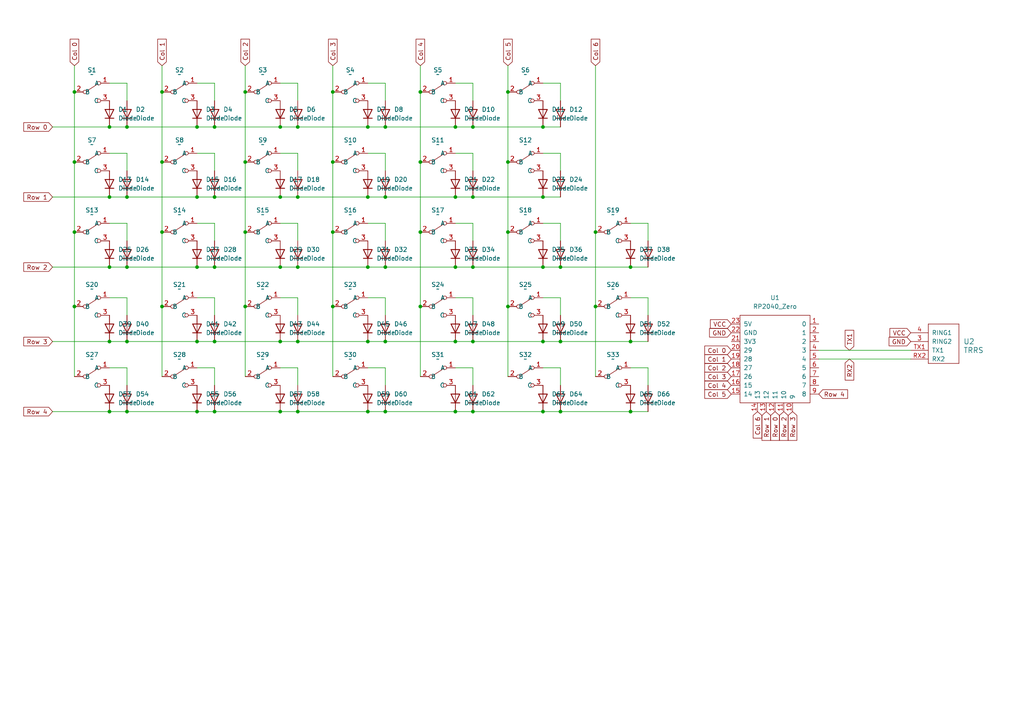
<source format=kicad_sch>
(kicad_sch (version 20231120) (generator "eeschema") (generator_version "8.0")
  (paper "A4")
  (junction (at 132.08 99.06))
  (junction (at 21.59 26.67))
  (junction (at 106.68 99.06))
  (junction (at 111.76 77.47))
  (junction (at 132.08 36.83))
  (junction (at 21.59 88.9))
  (junction (at 162.56 119.38))
  (junction (at 57.15 77.47))
  (junction (at 71.12 26.67))
  (junction (at 147.32 26.67))
  (junction (at 62.23 99.06))
  (junction (at 57.15 57.15))
  (junction (at 172.72 88.9))
  (junction (at 21.59 46.99))
  (junction (at 57.15 36.83))
  (junction (at 147.32 46.99))
  (junction (at 62.23 77.47))
  (junction (at 121.92 46.99))
  (junction (at 106.68 119.38))
  (junction (at 182.88 99.06))
  (junction (at 31.75 57.15))
  (junction (at 157.48 99.06))
  (junction (at 96.52 88.9))
  (junction (at 62.23 119.38))
  (junction (at 137.16 57.15))
  (junction (at 36.83 77.47))
  (junction (at 81.28 119.38))
  (junction (at 31.75 119.38))
  (junction (at 182.88 119.38))
  (junction (at 62.23 57.15))
  (junction (at 137.16 119.38))
  (junction (at 121.92 26.67))
  (junction (at 31.75 36.83))
  (junction (at 162.56 99.06))
  (junction (at 31.75 99.06))
  (junction (at 157.48 57.15))
  (junction (at 121.92 88.9))
  (junction (at 111.76 57.15))
  (junction (at 106.68 57.15))
  (junction (at 86.36 77.47))
  (junction (at 157.48 77.47))
  (junction (at 36.83 119.38))
  (junction (at 157.48 36.83))
  (junction (at 31.75 77.47))
  (junction (at 46.99 67.31))
  (junction (at 36.83 36.83))
  (junction (at 21.59 67.31))
  (junction (at 182.88 77.47))
  (junction (at 86.36 99.06))
  (junction (at 157.48 119.38))
  (junction (at 71.12 88.9))
  (junction (at 106.68 36.83))
  (junction (at 46.99 26.67))
  (junction (at 137.16 77.47))
  (junction (at 81.28 36.83))
  (junction (at 96.52 67.31))
  (junction (at 147.32 67.31))
  (junction (at 81.28 57.15))
  (junction (at 132.08 77.47))
  (junction (at 71.12 46.99))
  (junction (at 46.99 88.9))
  (junction (at 137.16 99.06))
  (junction (at 81.28 99.06))
  (junction (at 106.68 77.47))
  (junction (at 132.08 57.15))
  (junction (at 121.92 67.31))
  (junction (at 132.08 119.38))
  (junction (at 162.56 77.47))
  (junction (at 111.76 119.38))
  (junction (at 62.23 36.83))
  (junction (at 111.76 36.83))
  (junction (at 57.15 119.38))
  (junction (at 86.36 119.38))
  (junction (at 137.16 36.83))
  (junction (at 172.72 67.31))
  (junction (at 86.36 57.15))
  (junction (at 111.76 99.06))
  (junction (at 46.99 46.99))
  (junction (at 96.52 46.99))
  (junction (at 36.83 57.15))
  (junction (at 81.28 77.47))
  (junction (at 86.36 36.83))
  (junction (at 57.15 99.06))
  (junction (at 147.32 88.9))
  (junction (at 96.52 26.67))
  (junction (at 36.83 99.06))
  (junction (at 71.12 67.31))
  (wire (pts (xy 132.08 77.47) (xy 137.16 77.47)))
  (wire (pts (xy 111.76 57.15) (xy 132.08 57.15)))
  (wire (pts (xy 86.36 57.15) (xy 106.68 57.15)))
  (wire (pts (xy 147.32 88.9) (xy 147.32 109.22)))
  (wire (pts (xy 132.08 64.77) (xy 137.16 64.77)))
  (wire (pts (xy 237.49 101.6) (xy 264.16 101.6)))
  (wire (pts (xy 62.23 36.83) (xy 81.28 36.83)))
  (wire (pts (xy 106.68 86.36) (xy 111.76 86.36)))
  (wire (pts (xy 106.68 64.77) (xy 111.76 64.77)))
  (wire (pts (xy 121.92 88.9) (xy 121.92 109.22)))
  (wire (pts (xy 137.16 64.77) (xy 137.16 69.85)))
  (wire (pts (xy 36.83 36.83) (xy 57.15 36.83)))
  (wire (pts (xy 157.48 99.06) (xy 162.56 99.06)))
  (wire (pts (xy 86.36 64.77) (xy 86.36 69.85)))
  (wire (pts (xy 147.32 26.67) (xy 147.32 46.99)))
  (wire (pts (xy 162.56 24.13) (xy 162.56 29.21)))
  (wire (pts (xy 132.08 99.06) (xy 137.16 99.06)))
  (wire (pts (xy 132.08 106.68) (xy 137.16 106.68)))
  (wire (pts (xy 36.83 119.38) (xy 57.15 119.38)))
  (wire (pts (xy 57.15 106.68) (xy 62.23 106.68)))
  (wire (pts (xy 46.99 19.05) (xy 46.99 26.67)))
  (wire (pts (xy 137.16 106.68) (xy 137.16 111.76)))
  (wire (pts (xy 157.48 119.38) (xy 162.56 119.38)))
  (wire (pts (xy 187.96 64.77) (xy 187.96 69.85)))
  (wire (pts (xy 162.56 77.47) (xy 182.88 77.47)))
  (wire (pts (xy 15.24 99.06) (xy 31.75 99.06)))
  (wire (pts (xy 137.16 57.15) (xy 157.48 57.15)))
  (wire (pts (xy 137.16 99.06) (xy 157.48 99.06)))
  (wire (pts (xy 46.99 26.67) (xy 46.99 46.99)))
  (wire (pts (xy 86.36 106.68) (xy 86.36 111.76)))
  (wire (pts (xy 86.36 24.13) (xy 86.36 29.21)))
  (wire (pts (xy 81.28 44.45) (xy 86.36 44.45)))
  (wire (pts (xy 137.16 44.45) (xy 137.16 49.53)))
  (wire (pts (xy 111.76 106.68) (xy 111.76 111.76)))
  (wire (pts (xy 57.15 64.77) (xy 62.23 64.77)))
  (wire (pts (xy 121.92 67.31) (xy 121.92 88.9)))
  (wire (pts (xy 111.76 64.77) (xy 111.76 69.85)))
  (wire (pts (xy 106.68 106.68) (xy 111.76 106.68)))
  (wire (pts (xy 57.15 36.83) (xy 62.23 36.83)))
  (wire (pts (xy 71.12 26.67) (xy 71.12 46.99)))
  (wire (pts (xy 31.75 77.47) (xy 36.83 77.47)))
  (wire (pts (xy 111.76 86.36) (xy 111.76 91.44)))
  (wire (pts (xy 162.56 119.38) (xy 182.88 119.38)))
  (wire (pts (xy 182.88 99.06) (xy 187.96 99.06)))
  (wire (pts (xy 187.96 86.36) (xy 187.96 91.44)))
  (wire (pts (xy 71.12 46.99) (xy 71.12 67.31)))
  (wire (pts (xy 132.08 44.45) (xy 137.16 44.45)))
  (wire (pts (xy 62.23 24.13) (xy 62.23 29.21)))
  (wire (pts (xy 21.59 26.67) (xy 21.59 46.99)))
  (wire (pts (xy 81.28 99.06) (xy 86.36 99.06)))
  (wire (pts (xy 162.56 44.45) (xy 162.56 49.53)))
  (wire (pts (xy 172.72 88.9) (xy 172.72 109.22)))
  (wire (pts (xy 96.52 88.9) (xy 96.52 109.22)))
  (wire (pts (xy 81.28 106.68) (xy 86.36 106.68)))
  (wire (pts (xy 111.76 77.47) (xy 132.08 77.47)))
  (wire (pts (xy 31.75 36.83) (xy 36.83 36.83)))
  (wire (pts (xy 15.24 36.83) (xy 31.75 36.83)))
  (wire (pts (xy 62.23 57.15) (xy 81.28 57.15)))
  (wire (pts (xy 62.23 77.47) (xy 81.28 77.47)))
  (wire (pts (xy 71.12 88.9) (xy 71.12 109.22)))
  (wire (pts (xy 86.36 44.45) (xy 86.36 49.53)))
  (wire (pts (xy 132.08 36.83) (xy 137.16 36.83)))
  (wire (pts (xy 71.12 67.31) (xy 71.12 88.9)))
  (wire (pts (xy 157.48 36.83) (xy 162.56 36.83)))
  (wire (pts (xy 86.36 86.36) (xy 86.36 91.44)))
  (wire (pts (xy 36.83 99.06) (xy 57.15 99.06)))
  (wire (pts (xy 21.59 46.99) (xy 21.59 67.31)))
  (wire (pts (xy 132.08 86.36) (xy 137.16 86.36)))
  (wire (pts (xy 106.68 57.15) (xy 111.76 57.15)))
  (wire (pts (xy 86.36 99.06) (xy 106.68 99.06)))
  (wire (pts (xy 172.72 67.31) (xy 172.72 88.9)))
  (wire (pts (xy 81.28 77.47) (xy 86.36 77.47)))
  (wire (pts (xy 162.56 99.06) (xy 182.88 99.06)))
  (wire (pts (xy 182.88 64.77) (xy 187.96 64.77)))
  (wire (pts (xy 81.28 24.13) (xy 86.36 24.13)))
  (wire (pts (xy 31.75 119.38) (xy 36.83 119.38)))
  (wire (pts (xy 162.56 86.36) (xy 162.56 91.44)))
  (wire (pts (xy 182.88 86.36) (xy 187.96 86.36)))
  (wire (pts (xy 15.24 119.38) (xy 31.75 119.38)))
  (wire (pts (xy 172.72 19.05) (xy 172.72 67.31)))
  (wire (pts (xy 86.36 36.83) (xy 106.68 36.83)))
  (wire (pts (xy 106.68 24.13) (xy 111.76 24.13)))
  (wire (pts (xy 121.92 46.99) (xy 121.92 67.31)))
  (wire (pts (xy 182.88 119.38) (xy 187.96 119.38)))
  (wire (pts (xy 96.52 46.99) (xy 96.52 67.31)))
  (wire (pts (xy 62.23 86.36) (xy 62.23 91.44)))
  (wire (pts (xy 121.92 19.05) (xy 121.92 26.67)))
  (wire (pts (xy 132.08 57.15) (xy 137.16 57.15)))
  (wire (pts (xy 157.48 64.77) (xy 162.56 64.77)))
  (wire (pts (xy 31.75 44.45) (xy 36.83 44.45)))
  (wire (pts (xy 57.15 77.47) (xy 62.23 77.47)))
  (wire (pts (xy 57.15 57.15) (xy 62.23 57.15)))
  (wire (pts (xy 147.32 46.99) (xy 147.32 67.31)))
  (wire (pts (xy 46.99 88.9) (xy 46.99 109.22)))
  (wire (pts (xy 157.48 57.15) (xy 162.56 57.15)))
  (wire (pts (xy 15.24 77.47) (xy 31.75 77.47)))
  (wire (pts (xy 81.28 119.38) (xy 86.36 119.38)))
  (wire (pts (xy 86.36 119.38) (xy 106.68 119.38)))
  (wire (pts (xy 36.83 86.36) (xy 36.83 91.44)))
  (wire (pts (xy 31.75 57.15) (xy 36.83 57.15)))
  (wire (pts (xy 36.83 57.15) (xy 57.15 57.15)))
  (wire (pts (xy 36.83 44.45) (xy 36.83 49.53)))
  (wire (pts (xy 137.16 77.47) (xy 157.48 77.47)))
  (wire (pts (xy 182.88 106.68) (xy 187.96 106.68)))
  (wire (pts (xy 157.48 24.13) (xy 162.56 24.13)))
  (wire (pts (xy 111.76 119.38) (xy 132.08 119.38)))
  (wire (pts (xy 36.83 77.47) (xy 57.15 77.47)))
  (wire (pts (xy 96.52 67.31) (xy 96.52 88.9)))
  (wire (pts (xy 15.24 57.15) (xy 31.75 57.15)))
  (wire (pts (xy 31.75 106.68) (xy 36.83 106.68)))
  (wire (pts (xy 57.15 86.36) (xy 62.23 86.36)))
  (wire (pts (xy 147.32 67.31) (xy 147.32 88.9)))
  (wire (pts (xy 62.23 106.68) (xy 62.23 111.76)))
  (wire (pts (xy 81.28 64.77) (xy 86.36 64.77)))
  (wire (pts (xy 46.99 46.99) (xy 46.99 67.31)))
  (wire (pts (xy 62.23 119.38) (xy 81.28 119.38)))
  (wire (pts (xy 81.28 36.83) (xy 86.36 36.83)))
  (wire (pts (xy 31.75 24.13) (xy 36.83 24.13)))
  (wire (pts (xy 182.88 77.47) (xy 187.96 77.47)))
  (wire (pts (xy 147.32 19.05) (xy 147.32 26.67)))
  (wire (pts (xy 31.75 99.06) (xy 36.83 99.06)))
  (wire (pts (xy 106.68 77.47) (xy 111.76 77.47)))
  (wire (pts (xy 57.15 24.13) (xy 62.23 24.13)))
  (wire (pts (xy 137.16 86.36) (xy 137.16 91.44)))
  (wire (pts (xy 157.48 106.68) (xy 162.56 106.68)))
  (wire (pts (xy 62.23 44.45) (xy 62.23 49.53)))
  (wire (pts (xy 46.99 67.31) (xy 46.99 88.9)))
  (wire (pts (xy 157.48 44.45) (xy 162.56 44.45)))
  (wire (pts (xy 162.56 106.68) (xy 162.56 111.76)))
  (wire (pts (xy 162.56 64.77) (xy 162.56 69.85)))
  (wire (pts (xy 157.48 77.47) (xy 162.56 77.47)))
  (wire (pts (xy 81.28 57.15) (xy 86.36 57.15)))
  (wire (pts (xy 106.68 119.38) (xy 111.76 119.38)))
  (wire (pts (xy 106.68 36.83) (xy 111.76 36.83)))
  (wire (pts (xy 96.52 19.05) (xy 96.52 26.67)))
  (wire (pts (xy 121.92 26.67) (xy 121.92 46.99)))
  (wire (pts (xy 111.76 36.83) (xy 132.08 36.83)))
  (wire (pts (xy 187.96 106.68) (xy 187.96 111.76)))
  (wire (pts (xy 137.16 24.13) (xy 137.16 29.21)))
  (wire (pts (xy 21.59 67.31) (xy 21.59 88.9)))
  (wire (pts (xy 157.48 86.36) (xy 162.56 86.36)))
  (wire (pts (xy 106.68 99.06) (xy 111.76 99.06)))
  (wire (pts (xy 36.83 64.77) (xy 36.83 69.85)))
  (wire (pts (xy 96.52 26.67) (xy 96.52 46.99)))
  (wire (pts (xy 57.15 44.45) (xy 62.23 44.45)))
  (wire (pts (xy 36.83 106.68) (xy 36.83 111.76)))
  (wire (pts (xy 137.16 119.38) (xy 157.48 119.38)))
  (wire (pts (xy 86.36 77.47) (xy 106.68 77.47)))
  (wire (pts (xy 111.76 99.06) (xy 132.08 99.06)))
  (wire (pts (xy 137.16 36.83) (xy 157.48 36.83)))
  (wire (pts (xy 31.75 64.77) (xy 36.83 64.77)))
  (wire (pts (xy 57.15 99.06) (xy 62.23 99.06)))
  (wire (pts (xy 31.75 86.36) (xy 36.83 86.36)))
  (wire (pts (xy 62.23 99.06) (xy 81.28 99.06)))
  (wire (pts (xy 237.49 104.14) (xy 264.16 104.14)))
  (wire (pts (xy 21.59 19.05) (xy 21.59 26.67)))
  (wire (pts (xy 71.12 19.05) (xy 71.12 26.67)))
  (wire (pts (xy 132.08 24.13) (xy 137.16 24.13)))
  (wire (pts (xy 57.15 119.38) (xy 62.23 119.38)))
  (wire (pts (xy 36.83 24.13) (xy 36.83 29.21)))
  (wire (pts (xy 132.08 119.38) (xy 137.16 119.38)))
  (wire (pts (xy 81.28 86.36) (xy 86.36 86.36)))
  (wire (pts (xy 111.76 24.13) (xy 111.76 29.21)))
  (wire (pts (xy 21.59 88.9) (xy 21.59 109.22)))
  (wire (pts (xy 106.68 44.45) (xy 111.76 44.45)))
  (wire (pts (xy 111.76 44.45) (xy 111.76 49.53)))
  (wire (pts (xy 62.23 64.77) (xy 62.23 69.85)))
  (global_label "Col 5" (shape input) (at 147.32 19.05 90) (property "Intersheetrefs" "${INTERSHEET_REFS}" (effects (hide yes))))
  (global_label "Col 1" (shape input) (at 212.09 104.14 180) (property "Intersheetrefs" "${INTERSHEET_REFS}" (effects (hide yes))))
  (global_label "Col 4" (shape input) (at 121.92 19.05 90) (property "Intersheetrefs" "${INTERSHEET_REFS}" (effects (hide yes))))
  (global_label "Row 4" (shape input) (at 15.24 119.38 180) (property "Intersheetrefs" "${INTERSHEET_REFS}" (effects (hide yes))))
  (global_label "Row 1" (shape input) (at 15.24 57.15 180) (property "Intersheetrefs" "${INTERSHEET_REFS}" (effects (hide yes))))
  (global_label "Col 6" (shape input) (at 219.71 119.38 270) (property "Intersheetrefs" "${INTERSHEET_REFS}" (effects (hide yes))))
  (global_label "Row 4" (shape input) (at 237.49 114.3 0) (property "Intersheetrefs" "${INTERSHEET_REFS}" (effects (hide yes))))
  (global_label "VCC" (shape input) (at 264.16 96.52 180) (property "Intersheetrefs" "${INTERSHEET_REFS}" (effects (hide yes))))
  (global_label "TX1" (shape input) (at 246.38 101.6 90) (property "Intersheetrefs" "${INTERSHEET_REFS}" (effects (hide yes))))
  (global_label "Row 0" (shape input) (at 15.24 36.83 180) (property "Intersheetrefs" "${INTERSHEET_REFS}" (effects (hide yes))))
  (global_label "Col 4" (shape input) (at 212.09 111.76 180) (property "Intersheetrefs" "${INTERSHEET_REFS}" (effects (hide yes))))
  (global_label "Row 3" (shape input) (at 15.24 99.06 180) (property "Intersheetrefs" "${INTERSHEET_REFS}" (effects (hide yes))))
  (global_label "Col 1" (shape input) (at 46.99 19.05 90) (property "Intersheetrefs" "${INTERSHEET_REFS}" (effects (hide yes))))
  (global_label "GND" (shape input) (at 264.16 99.06 180) (property "Intersheetrefs" "${INTERSHEET_REFS}" (effects (hide yes))))
  (global_label "Col 0" (shape input) (at 21.59 19.05 90) (property "Intersheetrefs" "${INTERSHEET_REFS}" (effects (hide yes))))
  (global_label "Row 3" (shape input) (at 229.87 119.38 270) (property "Intersheetrefs" "${INTERSHEET_REFS}" (effects (hide yes))))
  (global_label "Row 2" (shape input) (at 227.33 119.38 270) (property "Intersheetrefs" "${INTERSHEET_REFS}" (effects (hide yes))))
  (global_label "Col 2" (shape input) (at 212.09 106.68 180) (property "Intersheetrefs" "${INTERSHEET_REFS}" (effects (hide yes))))
  (global_label "Row 0" (shape input) (at 224.79 119.38 270) (property "Intersheetrefs" "${INTERSHEET_REFS}" (effects (hide yes))))
  (global_label "Col 3" (shape input) (at 212.09 109.22 180) (property "Intersheetrefs" "${INTERSHEET_REFS}" (effects (hide yes))))
  (global_label "GND" (shape input) (at 212.09 96.52 180) (property "Intersheetrefs" "${INTERSHEET_REFS}" (effects (hide yes))))
  (global_label "Row 1" (shape input) (at 222.25 119.38 270) (property "Intersheetrefs" "${INTERSHEET_REFS}" (effects (hide yes))))
  (global_label "Col 5" (shape input) (at 212.09 114.3 180) (property "Intersheetrefs" "${INTERSHEET_REFS}" (effects (hide yes))))
  (global_label "Col 2" (shape input) (at 71.12 19.05 90) (property "Intersheetrefs" "${INTERSHEET_REFS}" (effects (hide yes))))
  (global_label "RX2" (shape input) (at 246.38 104.14 270) (property "Intersheetrefs" "${INTERSHEET_REFS}" (effects (hide yes))))
  (global_label "Col 3" (shape input) (at 96.52 19.05 90) (property "Intersheetrefs" "${INTERSHEET_REFS}" (effects (hide yes))))
  (global_label "Row 2" (shape input) (at 15.24 77.47 180) (property "Intersheetrefs" "${INTERSHEET_REFS}" (effects (hide yes))))
  (global_label "Col 6" (shape input) (at 172.72 19.05 90) (property "Intersheetrefs" "${INTERSHEET_REFS}" (effects (hide yes))))
  (global_label "VCC" (shape input) (at 212.09 93.98 180) (property "Intersheetrefs" "${INTERSHEET_REFS}" (effects (hide yes))))
  (global_label "Col 0" (shape input) (at 212.09 101.6 180) (property "Intersheetrefs" "${INTERSHEET_REFS}" (effects (hide yes))))
  (symbol (lib_id "ScottoKeebs:Placeholder_Diode") (at 86.36 115.57 90) (unit 1)
    (property "Reference" "D58" (at 88.9 114.2999 90) (effects (justify right)))
    (property "Value" "Diode" (at 88.9 116.8399 90) (effects (justify right)))
    (property "Footprint" "ScottoKeebs_Components:Diode_SOD-123_clean" (effects (hide yes)))
    (property "Sim.Device" "D" (effects (hide yes)))
    (property "Sim.Pins" "1=K 2=A" (effects (hide yes)))
  )
  (symbol (lib_id "ScottoKeebs:Placeholder_Diode") (at 62.23 95.25 90) (unit 1)
    (property "Reference" "D42" (at 64.77 93.9799 90) (effects (justify right)))
    (property "Value" "Diode" (at 64.77 96.5199 90) (effects (justify right)))
    (property "Footprint" "ScottoKeebs_Components:Diode_SOD-123_clean" (effects (hide yes)))
    (property "Sim.Device" "D" (effects (hide yes)))
    (property "Sim.Pins" "1=K 2=A" (effects (hide yes)))
  )
  (symbol (lib_name "keyswitch_reversible_hotswap_1") (lib_id "ScottoKeebs:keyswitch_reversible_hotswap") (at 153.67 109.22 0) (unit 1)
    (property "Reference" "S32" (at 152.4 102.87 0))
    (property "Value" "~" (at 152.4 104.14 0))
    (property "Footprint" "ScottoKeebs_Choc:SW_choc_v1_HS_1u_Reversible_clean" (effects (hide yes)))
  )
  (symbol (lib_id "ScottoKeebs:Placeholder_Diode") (at 81.28 95.25 90) (unit 1)
    (property "Reference" "D43" (at 83.82 93.9799 90) (effects (justify right)))
    (property "Value" "Diode" (at 83.82 96.5199 90) (effects (justify right)))
    (property "Footprint" "ScottoKeebs_Components:Diode_SOD-123_clean" (effects (hide yes)))
    (property "Sim.Device" "D" (effects (hide yes)))
    (property "Sim.Pins" "1=K 2=A" (effects (hide yes)))
  )
  (symbol (lib_name "keyswitch_reversible_hotswap_1") (lib_id "ScottoKeebs:keyswitch_reversible_hotswap") (at 128.27 109.22 0) (unit 1)
    (property "Reference" "S31" (at 127 102.87 0))
    (property "Value" "~" (at 127 104.14 0))
    (property "Footprint" "ScottoKeebs_Choc:SW_choc_v1_HS_1u_Reversible_clean" (effects (hide yes)))
  )
  (symbol (lib_id "ScottoKeebs:Placeholder_Diode") (at 132.08 95.25 90) (unit 1)
    (property "Reference" "D47" (at 134.62 93.9799 90) (effects (justify right)))
    (property "Value" "Diode" (at 134.62 96.5199 90) (effects (justify right)))
    (property "Footprint" "ScottoKeebs_Components:Diode_SOD-123_clean" (effects (hide yes)))
    (property "Sim.Device" "D" (effects (hide yes)))
    (property "Sim.Pins" "1=K 2=A" (effects (hide yes)))
  )
  (symbol (lib_id "ScottoKeebs:Placeholder_Diode") (at 162.56 95.25 90) (unit 1)
    (property "Reference" "D50" (at 165.1 93.9799 90) (effects (justify right)))
    (property "Value" "Diode" (at 165.1 96.5199 90) (effects (justify right)))
    (property "Footprint" "ScottoKeebs_Components:Diode_SOD-123_clean" (effects (hide yes)))
    (property "Sim.Device" "D" (effects (hide yes)))
    (property "Sim.Pins" "1=K 2=A" (effects (hide yes)))
  )
  (symbol (lib_id "ScottoKeebs:Placeholder_Diode") (at 31.75 95.25 90) (unit 1)
    (property "Reference" "D39" (at 34.29 93.9799 90) (effects (justify right)))
    (property "Value" "Diode" (at 34.29 96.5199 90) (effects (justify right)))
    (property "Footprint" "ScottoKeebs_Components:Diode_SOD-123_clean" (effects (hide yes)))
    (property "Sim.Device" "D" (effects (hide yes)))
    (property "Sim.Pins" "1=K 2=A" (effects (hide yes)))
  )
  (symbol (lib_id "ScottoKeebs:Placeholder_Diode") (at 111.76 73.66 90) (unit 1)
    (property "Reference" "D32" (at 114.3 72.3899 90) (effects (justify right)))
    (property "Value" "Diode" (at 114.3 74.9299 90) (effects (justify right)))
    (property "Footprint" "ScottoKeebs_Components:Diode_SOD-123_clean" (effects (hide yes)))
    (property "Sim.Device" "D" (effects (hide yes)))
    (property "Sim.Pins" "1=K 2=A" (effects (hide yes)))
  )
  (symbol (lib_id "ScottoKeebs:Placeholder_Diode") (at 162.56 115.57 90) (unit 1)
    (property "Reference" "D64" (at 165.1 114.2999 90) (effects (justify right)))
    (property "Value" "Diode" (at 165.1 116.8399 90) (effects (justify right)))
    (property "Footprint" "ScottoKeebs_Components:Diode_SOD-123_clean" (effects (hide yes)))
    (property "Sim.Device" "D" (effects (hide yes)))
    (property "Sim.Pins" "1=K 2=A" (effects (hide yes)))
  )
  (symbol (lib_name "keyswitch_reversible_hotswap_1") (lib_id "ScottoKeebs:keyswitch_reversible_hotswap") (at 27.94 67.31 0) (unit 1)
    (property "Reference" "S13" (at 26.67 60.96 0))
    (property "Value" "~" (at 26.67 62.23 0))
    (property "Footprint" "ScottoKeebs_Choc:SW_choc_v1_HS_1u_Reversible_clean" (effects (hide yes)))
  )
  (symbol (lib_id "ScottoKeebs:Placeholder_Diode") (at 106.68 33.02 90) (unit 1)
    (property "Reference" "D7" (at 109.22 31.7499 90) (effects (justify right)))
    (property "Value" "Diode" (at 109.22 34.2899 90) (effects (justify right)))
    (property "Footprint" "ScottoKeebs_Components:Diode_SOD-123_clean" (effects (hide yes)))
    (property "Sim.Device" "D" (effects (hide yes)))
    (property "Sim.Pins" "1=K 2=A" (effects (hide yes)))
  )
  (symbol (lib_id "ScottoKeebs:Placeholder_Diode") (at 57.15 95.25 90) (unit 1)
    (property "Reference" "D41" (at 59.69 93.9799 90) (effects (justify right)))
    (property "Value" "Diode" (at 59.69 96.5199 90) (effects (justify right)))
    (property "Footprint" "ScottoKeebs_Components:Diode_SOD-123_clean" (effects (hide yes)))
    (property "Sim.Device" "D" (effects (hide yes)))
    (property "Sim.Pins" "1=K 2=A" (effects (hide yes)))
  )
  (symbol (lib_id "ScottoKeebs:Placeholder_Diode") (at 31.75 33.02 90) (unit 1)
    (property "Reference" "D1" (at 34.29 31.7499 90) (effects (justify right)))
    (property "Value" "Diode" (at 34.29 34.2899 90) (effects (justify right)))
    (property "Footprint" "ScottoKeebs_Components:Diode_SOD-123_clean" (effects (hide yes)))
    (property "Sim.Device" "D" (effects (hide yes)))
    (property "Sim.Pins" "1=K 2=A" (effects (hide yes)))
  )
  (symbol (lib_name "keyswitch_reversible_hotswap_1") (lib_id "ScottoKeebs:keyswitch_reversible_hotswap") (at 153.67 67.31 0) (unit 1)
    (property "Reference" "S18" (at 152.4 60.96 0))
    (property "Value" "~" (at 152.4 62.23 0))
    (property "Footprint" "ScottoKeebs_Choc:SW_choc_v1_HS_1u_Reversible_clean" (effects (hide yes)))
  )
  (symbol (lib_name "keyswitch_reversible_hotswap_1") (lib_id "ScottoKeebs:keyswitch_reversible_hotswap") (at 77.47 67.31 0) (unit 1)
    (property "Reference" "S15" (at 76.2 60.96 0))
    (property "Value" "~" (at 76.2 62.23 0))
    (property "Footprint" "ScottoKeebs_Choc:SW_choc_v1_HS_1u_Reversible_clean" (effects (hide yes)))
  )
  (symbol (lib_id "ScottoKeebs:Placeholder_Diode") (at 57.15 53.34 90) (unit 1)
    (property "Reference" "D15" (at 59.69 52.0699 90) (effects (justify right)))
    (property "Value" "Diode" (at 59.69 54.6099 90) (effects (justify right)))
    (property "Footprint" "ScottoKeebs_Components:Diode_SOD-123_clean" (effects (hide yes)))
    (property "Sim.Device" "D" (effects (hide yes)))
    (property "Sim.Pins" "1=K 2=A" (effects (hide yes)))
  )
  (symbol (lib_id "ScottoKeebs:Placeholder_Diode") (at 81.28 53.34 90) (unit 1)
    (property "Reference" "D17" (at 83.82 52.0699 90) (effects (justify right)))
    (property "Value" "Diode" (at 83.82 54.6099 90) (effects (justify right)))
    (property "Footprint" "ScottoKeebs_Components:Diode_SOD-123_clean" (effects (hide yes)))
    (property "Sim.Device" "D" (effects (hide yes)))
    (property "Sim.Pins" "1=K 2=A" (effects (hide yes)))
  )
  (symbol (lib_id "ScottoKeebs:Placeholder_Diode") (at 157.48 53.34 90) (unit 1)
    (property "Reference" "D23" (at 160.02 52.0699 90) (effects (justify right)))
    (property "Value" "Diode" (at 160.02 54.6099 90) (effects (justify right)))
    (property "Footprint" "ScottoKeebs_Components:Diode_SOD-123_clean" (effects (hide yes)))
    (property "Sim.Device" "D" (effects (hide yes)))
    (property "Sim.Pins" "1=K 2=A" (effects (hide yes)))
  )
  (symbol (lib_id "ScottoKeebs:Placeholder_Diode") (at 111.76 53.34 90) (unit 1)
    (property "Reference" "D20" (at 114.3 52.0699 90) (effects (justify right)))
    (property "Value" "Diode" (at 114.3 54.6099 90) (effects (justify right)))
    (property "Footprint" "ScottoKeebs_Components:Diode_SOD-123_clean" (effects (hide yes)))
    (property "Sim.Device" "D" (effects (hide yes)))
    (property "Sim.Pins" "1=K 2=A" (effects (hide yes)))
  )
  (symbol (lib_id "ScottoKeebs:Placeholder_TRRS") (at 273.05 106.68 0) (unit 1)
    (property "Reference" "U2" (at 279.4 99.06 0) (effects (font (size 1.524 1.524)) (justify left)))
    (property "Value" "TRRS" (at 279.4 101.6 0) (effects (font (size 1.524 1.524)) (justify left)))
    (property "Footprint" "ScottoKeebs_Components:TRRS-lily58" (effects (hide yes)))
  )
  (symbol (lib_name "keyswitch_reversible_hotswap_1") (lib_id "ScottoKeebs:keyswitch_reversible_hotswap") (at 128.27 46.99 0) (unit 1)
    (property "Reference" "S11" (at 127 40.64 0))
    (property "Value" "~" (at 127 41.91 0))
    (property "Footprint" "ScottoKeebs_Choc:SW_choc_v1_HS_1u_Reversible_clean" (effects (hide yes)))
  )
  (symbol (lib_id "ScottoKeebs:Placeholder_Diode") (at 162.56 73.66 90) (unit 1)
    (property "Reference" "D36" (at 165.1 72.3899 90) (effects (justify right)))
    (property "Value" "Diode" (at 165.1 74.9299 90) (effects (justify right)))
    (property "Footprint" "ScottoKeebs_Components:Diode_SOD-123_clean" (effects (hide yes)))
    (property "Sim.Device" "D" (effects (hide yes)))
    (property "Sim.Pins" "1=K 2=A" (effects (hide yes)))
  )
  (symbol (lib_id "ScottoKeebs:Placeholder_Diode") (at 137.16 95.25 90) (unit 1)
    (property "Reference" "D48" (at 139.7 93.9799 90) (effects (justify right)))
    (property "Value" "Diode" (at 139.7 96.5199 90) (effects (justify right)))
    (property "Footprint" "ScottoKeebs_Components:Diode_SOD-123_clean" (effects (hide yes)))
    (property "Sim.Device" "D" (effects (hide yes)))
    (property "Sim.Pins" "1=K 2=A" (effects (hide yes)))
  )
  (symbol (lib_name "keyswitch_reversible_hotswap_1") (lib_id "ScottoKeebs:keyswitch_reversible_hotswap") (at 102.87 67.31 0) (unit 1)
    (property "Reference" "S16" (at 101.6 60.96 0))
    (property "Value" "~" (at 101.6 62.23 0))
    (property "Footprint" "ScottoKeebs_Choc:SW_choc_v1_HS_1u_Reversible_clean" (effects (hide yes)))
  )
  (symbol (lib_id "ScottoKeebs:Placeholder_Diode") (at 111.76 95.25 90) (unit 1)
    (property "Reference" "D46" (at 114.3 93.9799 90) (effects (justify right)))
    (property "Value" "Diode" (at 114.3 96.5199 90) (effects (justify right)))
    (property "Footprint" "ScottoKeebs_Components:Diode_SOD-123_clean" (effects (hide yes)))
    (property "Sim.Device" "D" (effects (hide yes)))
    (property "Sim.Pins" "1=K 2=A" (effects (hide yes)))
  )
  (symbol (lib_id "ScottoKeebs:Placeholder_Diode") (at 106.68 53.34 90) (unit 1)
    (property "Reference" "D19" (at 109.22 52.0699 90) (effects (justify right)))
    (property "Value" "Diode" (at 109.22 54.6099 90) (effects (justify right)))
    (property "Footprint" "ScottoKeebs_Components:Diode_SOD-123_clean" (effects (hide yes)))
    (property "Sim.Device" "D" (effects (hide yes)))
    (property "Sim.Pins" "1=K 2=A" (effects (hide yes)))
  )
  (symbol (lib_id "ScottoKeebs:Placeholder_Diode") (at 57.15 115.57 90) (unit 1)
    (property "Reference" "D55" (at 59.69 114.2999 90) (effects (justify right)))
    (property "Value" "Diode" (at 59.69 116.8399 90) (effects (justify right)))
    (property "Footprint" "ScottoKeebs_Components:Diode_SOD-123_clean" (effects (hide yes)))
    (property "Sim.Device" "D" (effects (hide yes)))
    (property "Sim.Pins" "1=K 2=A" (effects (hide yes)))
  )
  (symbol (lib_id "ScottoKeebs:Placeholder_Diode") (at 132.08 53.34 90) (unit 1)
    (property "Reference" "D21" (at 134.62 52.0699 90) (effects (justify right)))
    (property "Value" "Diode" (at 134.62 54.6099 90) (effects (justify right)))
    (property "Footprint" "ScottoKeebs_Components:Diode_SOD-123_clean" (effects (hide yes)))
    (property "Sim.Device" "D" (effects (hide yes)))
    (property "Sim.Pins" "1=K 2=A" (effects (hide yes)))
  )
  (symbol (lib_id "ScottoKeebs:Placeholder_Diode") (at 157.48 33.02 90) (unit 1)
    (property "Reference" "D11" (at 160.02 31.7499 90) (effects (justify right)))
    (property "Value" "Diode" (at 160.02 34.2899 90) (effects (justify right)))
    (property "Footprint" "ScottoKeebs_Components:Diode_SOD-123_clean" (effects (hide yes)))
    (property "Sim.Device" "D" (effects (hide yes)))
    (property "Sim.Pins" "1=K 2=A" (effects (hide yes)))
  )
  (symbol (lib_id "ScottoKeebs:Placeholder_Diode") (at 36.83 95.25 90) (unit 1)
    (property "Reference" "D40" (at 39.37 93.9799 90) (effects (justify right)))
    (property "Value" "Diode" (at 39.37 96.5199 90) (effects (justify right)))
    (property "Footprint" "ScottoKeebs_Components:Diode_SOD-123_clean" (effects (hide yes)))
    (property "Sim.Device" "D" (effects (hide yes)))
    (property "Sim.Pins" "1=K 2=A" (effects (hide yes)))
  )
  (symbol (lib_id "ScottoKeebs:Placeholder_Diode") (at 36.83 53.34 90) (unit 1)
    (property "Reference" "D14" (at 39.37 52.0699 90) (effects (justify right)))
    (property "Value" "Diode" (at 39.37 54.6099 90) (effects (justify right)))
    (property "Footprint" "ScottoKeebs_Components:Diode_SOD-123_clean" (effects (hide yes)))
    (property "Sim.Device" "D" (effects (hide yes)))
    (property "Sim.Pins" "1=K 2=A" (effects (hide yes)))
  )
  (symbol (lib_name "keyswitch_reversible_hotswap_1") (lib_id "ScottoKeebs:keyswitch_reversible_hotswap") (at 53.34 46.99 0) (unit 1)
    (property "Reference" "S8" (at 52.07 40.64 0))
    (property "Value" "~" (at 52.07 41.91 0))
    (property "Footprint" "ScottoKeebs_Choc:SW_choc_v1_HS_1u_Reversible_clean" (effects (hide yes)))
  )
  (symbol (lib_name "keyswitch_reversible_hotswap_1") (lib_id "ScottoKeebs:keyswitch_reversible_hotswap") (at 102.87 88.9 0) (unit 1)
    (property "Reference" "S23" (at 101.6 82.55 0))
    (property "Value" "~" (at 101.6 83.82 0))
    (property "Footprint" "ScottoKeebs_Choc:SW_choc_v1_HS_1u_Reversible_clean" (effects (hide yes)))
  )
  (symbol (lib_name "keyswitch_reversible_hotswap_1") (lib_id "ScottoKeebs:keyswitch_reversible_hotswap") (at 27.94 46.99 0) (unit 1)
    (property "Reference" "S7" (at 26.67 40.64 0))
    (property "Value" "~" (at 26.67 41.91 0))
    (property "Footprint" "ScottoKeebs_Choc:SW_choc_v1_HS_1u_Reversible_clean" (effects (hide yes)))
  )
  (symbol (lib_id "ScottoKeebs:Placeholder_Diode") (at 137.16 73.66 90) (unit 1)
    (property "Reference" "D34" (at 139.7 72.3899 90) (effects (justify right)))
    (property "Value" "Diode" (at 139.7 74.9299 90) (effects (justify right)))
    (property "Footprint" "ScottoKeebs_Components:Diode_SOD-123_clean" (effects (hide yes)))
    (property "Sim.Device" "D" (effects (hide yes)))
    (property "Sim.Pins" "1=K 2=A" (effects (hide yes)))
  )
  (symbol (lib_id "ScottoKeebs:Placeholder_Diode") (at 62.23 73.66 90) (unit 1)
    (property "Reference" "D28" (at 64.77 72.3899 90) (effects (justify right)))
    (property "Value" "Diode" (at 64.77 74.9299 90) (effects (justify right)))
    (property "Footprint" "ScottoKeebs_Components:Diode_SOD-123_clean" (effects (hide yes)))
    (property "Sim.Device" "D" (effects (hide yes)))
    (property "Sim.Pins" "1=K 2=A" (effects (hide yes)))
  )
  (symbol (lib_id "ScottoKeebs:Placeholder_Diode") (at 36.83 73.66 90) (unit 1)
    (property "Reference" "D26" (at 39.37 72.3899 90) (effects (justify right)))
    (property "Value" "Diode" (at 39.37 74.9299 90) (effects (justify right)))
    (property "Footprint" "ScottoKeebs_Components:Diode_SOD-123_clean" (effects (hide yes)))
    (property "Sim.Device" "D" (effects (hide yes)))
    (property "Sim.Pins" "1=K 2=A" (effects (hide yes)))
  )
  (symbol (lib_id "ScottoKeebs:Placeholder_Diode") (at 62.23 33.02 90) (unit 1)
    (property "Reference" "D4" (at 64.77 31.7499 90) (effects (justify right)))
    (property "Value" "Diode" (at 64.77 34.2899 90) (effects (justify right)))
    (property "Footprint" "ScottoKeebs_Components:Diode_SOD-123_clean" (effects (hide yes)))
    (property "Sim.Device" "D" (effects (hide yes)))
    (property "Sim.Pins" "1=K 2=A" (effects (hide yes)))
  )
  (symbol (lib_name "keyswitch_reversible_hotswap_1") (lib_id "ScottoKeebs:keyswitch_reversible_hotswap") (at 102.87 109.22 0) (unit 1)
    (property "Reference" "S30" (at 101.6 102.87 0))
    (property "Value" "~" (at 101.6 104.14 0))
    (property "Footprint" "ScottoKeebs_Choc:SW_choc_v1_HS_1u_Reversible_clean" (effects (hide yes)))
  )
  (symbol (lib_name "keyswitch_reversible_hotswap_1") (lib_id "ScottoKeebs:keyswitch_reversible_hotswap") (at 128.27 88.9 0) (unit 1)
    (property "Reference" "S24" (at 127 82.55 0))
    (property "Value" "~" (at 127 83.82 0))
    (property "Footprint" "ScottoKeebs_Choc:SW_choc_v1_HS_1u_Reversible_clean" (effects (hide yes)))
  )
  (symbol (lib_name "keyswitch_reversible_hotswap_1") (lib_id "ScottoKeebs:keyswitch_reversible_hotswap") (at 128.27 26.67 0) (unit 1)
    (property "Reference" "S5" (at 127 20.32 0))
    (property "Value" "~" (at 127 21.59 0))
    (property "Footprint" "ScottoKeebs_Choc:SW_choc_v1_HS_1u_Reversible_clean" (effects (hide yes)))
  )
  (symbol (lib_id "ScottoKeebs:Placeholder_Diode") (at 187.96 95.25 90) (unit 1)
    (property "Reference" "D52" (at 190.5 93.9799 90) (effects (justify right)))
    (property "Value" "Diode" (at 190.5 96.5199 90) (effects (justify right)))
    (property "Footprint" "ScottoKeebs_Components:Diode_SOD-123_clean" (effects (hide yes)))
    (property "Sim.Device" "D" (effects (hide yes)))
    (property "Sim.Pins" "1=K 2=A" (effects (hide yes)))
  )
  (symbol (lib_name "keyswitch_reversible_hotswap_1") (lib_id "ScottoKeebs:keyswitch_reversible_hotswap") (at 153.67 88.9 0) (unit 1)
    (property "Reference" "S25" (at 152.4 82.55 0))
    (property "Value" "~" (at 152.4 83.82 0))
    (property "Footprint" "ScottoKeebs_Choc:SW_choc_v1_HS_1u_Reversible_clean" (effects (hide yes)))
  )
  (symbol (lib_name "keyswitch_reversible_hotswap_1") (lib_id "ScottoKeebs:keyswitch_reversible_hotswap") (at 53.34 109.22 0) (unit 1)
    (property "Reference" "S28" (at 52.07 102.87 0))
    (property "Value" "~" (at 52.07 104.14 0))
    (property "Footprint" "ScottoKeebs_Choc:SW_choc_v1_HS_1u_Reversible_clean" (effects (hide yes)))
  )
  (symbol (lib_name "keyswitch_reversible_hotswap_1") (lib_id "ScottoKeebs:keyswitch_reversible_hotswap") (at 77.47 109.22 0) (unit 1)
    (property "Reference" "S29" (at 76.2 102.87 0))
    (property "Value" "~" (at 76.2 104.14 0))
    (property "Footprint" "ScottoKeebs_Choc:SW_choc_v1_HS_1u_Reversible_clean" (effects (hide yes)))
  )
  (symbol (lib_name "keyswitch_reversible_hotswap_1") (lib_id "ScottoKeebs:keyswitch_reversible_hotswap") (at 53.34 26.67 0) (unit 1)
    (property "Reference" "S2" (at 52.07 20.32 0))
    (property "Value" "~" (at 52.07 21.59 0))
    (property "Footprint" "ScottoKeebs_Choc:SW_choc_v1_HS_1u_Reversible_clean" (effects (hide yes)))
  )
  (symbol (lib_id "ScottoKeebs:Placeholder_Diode") (at 106.68 73.66 90) (unit 1)
    (property "Reference" "D31" (at 109.22 72.3899 90) (effects (justify right)))
    (property "Value" "Diode" (at 109.22 74.9299 90) (effects (justify right)))
    (property "Footprint" "ScottoKeebs_Components:Diode_SOD-123_clean" (effects (hide yes)))
    (property "Sim.Device" "D" (effects (hide yes)))
    (property "Sim.Pins" "1=K 2=A" (effects (hide yes)))
  )
  (symbol (lib_name "keyswitch_reversible_hotswap_1") (lib_id "ScottoKeebs:keyswitch_reversible_hotswap") (at 27.94 88.9 0) (unit 1)
    (property "Reference" "S20" (at 26.67 82.55 0))
    (property "Value" "~" (at 26.67 83.82 0))
    (property "Footprint" "ScottoKeebs_Choc:SW_choc_v1_HS_1u_Reversible_clean" (effects (hide yes)))
  )
  (symbol (lib_id "ScottoKeebs:Placeholder_Diode") (at 111.76 33.02 90) (unit 1)
    (property "Reference" "D8" (at 114.3 31.7499 90) (effects (justify right)))
    (property "Value" "Diode" (at 114.3 34.2899 90) (effects (justify right)))
    (property "Footprint" "ScottoKeebs_Components:Diode_SOD-123_clean" (effects (hide yes)))
    (property "Sim.Device" "D" (effects (hide yes)))
    (property "Sim.Pins" "1=K 2=A" (effects (hide yes)))
  )
  (symbol (lib_name "keyswitch_reversible_hotswap_1") (lib_id "ScottoKeebs:keyswitch_reversible_hotswap") (at 102.87 46.99 0) (unit 1)
    (property "Reference" "S10" (at 101.6 40.64 0))
    (property "Value" "~" (at 101.6 41.91 0))
    (property "Footprint" "ScottoKeebs_Choc:SW_choc_v1_HS_1u_Reversible_clean" (effects (hide yes)))
  )
  (symbol (lib_id "ScottoKeebs:Placeholder_Diode") (at 86.36 95.25 90) (unit 1)
    (property "Reference" "D44" (at 88.9 93.9799 90) (effects (justify right)))
    (property "Value" "Diode" (at 88.9 96.5199 90) (effects (justify right)))
    (property "Footprint" "ScottoKeebs_Components:Diode_SOD-123_clean" (effects (hide yes)))
    (property "Sim.Device" "D" (effects (hide yes)))
    (property "Sim.Pins" "1=K 2=A" (effects (hide yes)))
  )
  (symbol (lib_id "ScottoKeebs:Placeholder_Diode") (at 81.28 115.57 90) (unit 1)
    (property "Reference" "D57" (at 83.82 114.2999 90) (effects (justify right)))
    (property "Value" "Diode" (at 83.82 116.8399 90) (effects (justify right)))
    (property "Footprint" "ScottoKeebs_Components:Diode_SOD-123_clean" (effects (hide yes)))
    (property "Sim.Device" "D" (effects (hide yes)))
    (property "Sim.Pins" "1=K 2=A" (effects (hide yes)))
  )
  (symbol (lib_id "ScottoKeebs:Placeholder_Diode") (at 132.08 115.57 90) (unit 1)
    (property "Reference" "D61" (at 134.62 114.2999 90) (effects (justify right)))
    (property "Value" "Diode" (at 134.62 116.8399 90) (effects (justify right)))
    (property "Footprint" "ScottoKeebs_Components:Diode_SOD-123_clean" (effects (hide yes)))
    (property "Sim.Device" "D" (effects (hide yes)))
    (property "Sim.Pins" "1=K 2=A" (effects (hide yes)))
  )
  (symbol (lib_id "ScottoKeebs:MCU_RP2040_Zero") (at 224.79 102.87 0) (unit 1)
    (property "Reference" "U1" (at 224.79 86.36 0))
    (property "Value" "RP2040_Zero" (at 224.79 88.9 0))
    (property "Footprint" "ScottoKeebs_MCU:RP2040_Zero" (effects (hide yes)))
  )
  (symbol (lib_name "keyswitch_reversible_hotswap_1") (lib_id "ScottoKeebs:keyswitch_reversible_hotswap") (at 179.07 109.22 0) (unit 1)
    (property "Reference" "S33" (at 177.8 102.87 0))
    (property "Value" "~" (at 177.8 104.14 0))
    (property "Footprint" "ScottoKeebs_Choc:SW_choc_v1_HS_1u_Reversible_clean" (effects (hide yes)))
  )
  (symbol (lib_id "ScottoKeebs:Placeholder_Diode") (at 111.76 115.57 90) (unit 1)
    (property "Reference" "D60" (at 114.3 114.2999 90) (effects (justify right)))
    (property "Value" "Diode" (at 114.3 116.8399 90) (effects (justify right)))
    (property "Footprint" "ScottoKeebs_Components:Diode_SOD-123_clean" (effects (hide yes)))
    (property "Sim.Device" "D" (effects (hide yes)))
    (property "Sim.Pins" "1=K 2=A" (effects (hide yes)))
  )
  (symbol (lib_id "ScottoKeebs:Placeholder_Diode") (at 157.48 73.66 90) (unit 1)
    (property "Reference" "D35" (at 160.02 72.3899 90) (effects (justify right)))
    (property "Value" "Diode" (at 160.02 74.9299 90) (effects (justify right)))
    (property "Footprint" "ScottoKeebs_Components:Diode_SOD-123_clean" (effects (hide yes)))
    (property "Sim.Device" "D" (effects (hide yes)))
    (property "Sim.Pins" "1=K 2=A" (effects (hide yes)))
  )
  (symbol (lib_id "ScottoKeebs:Placeholder_Diode") (at 31.75 53.34 90) (unit 1)
    (property "Reference" "D13" (at 34.29 52.0699 90) (effects (justify right)))
    (property "Value" "Diode" (at 34.29 54.6099 90) (effects (justify right)))
    (property "Footprint" "ScottoKeebs_Components:Diode_SOD-123_clean" (effects (hide yes)))
    (property "Sim.Device" "D" (effects (hide yes)))
    (property "Sim.Pins" "1=K 2=A" (effects (hide yes)))
  )
  (symbol (lib_id "ScottoKeebs:Placeholder_Diode") (at 57.15 73.66 90) (unit 1)
    (property "Reference" "D27" (at 59.69 72.3899 90) (effects (justify right)))
    (property "Value" "Diode" (at 59.69 74.9299 90) (effects (justify right)))
    (property "Footprint" "ScottoKeebs_Components:Diode_SOD-123_clean" (effects (hide yes)))
    (property "Sim.Device" "D" (effects (hide yes)))
    (property "Sim.Pins" "1=K 2=A" (effects (hide yes)))
  )
  (symbol (lib_id "ScottoKeebs:Placeholder_Diode") (at 137.16 53.34 90) (unit 1)
    (property "Reference" "D22" (at 139.7 52.0699 90) (effects (justify right)))
    (property "Value" "Diode" (at 139.7 54.6099 90) (effects (justify right)))
    (property "Footprint" "ScottoKeebs_Components:Diode_SOD-123_clean" (effects (hide yes)))
    (property "Sim.Device" "D" (effects (hide yes)))
    (property "Sim.Pins" "1=K 2=A" (effects (hide yes)))
  )
  (symbol (lib_id "ScottoKeebs:Placeholder_Diode") (at 162.56 53.34 90) (unit 1)
    (property "Reference" "D24" (at 165.1 52.0699 90) (effects (justify right)))
    (property "Value" "Diode" (at 165.1 54.6099 90) (effects (justify right)))
    (property "Footprint" "ScottoKeebs_Components:Diode_SOD-123_clean" (effects (hide yes)))
    (property "Sim.Device" "D" (effects (hide yes)))
    (property "Sim.Pins" "1=K 2=A" (effects (hide yes)))
  )
  (symbol (lib_name "keyswitch_reversible_hotswap_1") (lib_id "ScottoKeebs:keyswitch_reversible_hotswap") (at 153.67 26.67 0) (unit 1)
    (property "Reference" "S6" (at 152.4 20.32 0))
    (property "Value" "~" (at 152.4 21.59 0))
    (property "Footprint" "ScottoKeebs_Choc:SW_choc_v1_HS_1u_Reversible_clean" (effects (hide yes)))
  )
  (symbol (lib_id "ScottoKeebs:Placeholder_Diode") (at 86.36 53.34 90) (unit 1)
    (property "Reference" "D18" (at 88.9 52.0699 90) (effects (justify right)))
    (property "Value" "Diode" (at 88.9 54.6099 90) (effects (justify right)))
    (property "Footprint" "ScottoKeebs_Components:Diode_SOD-123_clean" (effects (hide yes)))
    (property "Sim.Device" "D" (effects (hide yes)))
    (property "Sim.Pins" "1=K 2=A" (effects (hide yes)))
  )
  (symbol (lib_id "ScottoKeebs:Placeholder_Diode") (at 86.36 33.02 90) (unit 1)
    (property "Reference" "D6" (at 88.9 31.7499 90) (effects (justify right)))
    (property "Value" "Diode" (at 88.9 34.2899 90) (effects (justify right)))
    (property "Footprint" "ScottoKeebs_Components:Diode_SOD-123_clean" (effects (hide yes)))
    (property "Sim.Device" "D" (effects (hide yes)))
    (property "Sim.Pins" "1=K 2=A" (effects (hide yes)))
  )
  (symbol (lib_id "ScottoKeebs:Placeholder_Diode") (at 62.23 115.57 90) (unit 1)
    (property "Reference" "D56" (at 64.77 114.2999 90) (effects (justify right)))
    (property "Value" "Diode" (at 64.77 116.8399 90) (effects (justify right)))
    (property "Footprint" "ScottoKeebs_Components:Diode_SOD-123_clean" (effects (hide yes)))
    (property "Sim.Device" "D" (effects (hide yes)))
    (property "Sim.Pins" "1=K 2=A" (effects (hide yes)))
  )
  (symbol (lib_id "ScottoKeebs:Placeholder_Diode") (at 81.28 33.02 90) (unit 1)
    (property "Reference" "D5" (at 83.82 31.7499 90) (effects (justify right)))
    (property "Value" "Diode" (at 83.82 34.2899 90) (effects (justify right)))
    (property "Footprint" "ScottoKeebs_Components:Diode_SOD-123_clean" (effects (hide yes)))
    (property "Sim.Device" "D" (effects (hide yes)))
    (property "Sim.Pins" "1=K 2=A" (effects (hide yes)))
  )
  (symbol (lib_name "keyswitch_reversible_hotswap_1") (lib_id "ScottoKeebs:keyswitch_reversible_hotswap") (at 77.47 88.9 0) (unit 1)
    (property "Reference" "S22" (at 76.2 82.55 0))
    (property "Value" "~" (at 76.2 83.82 0))
    (property "Footprint" "ScottoKeebs_Choc:SW_choc_v1_HS_1u_Reversible_clean" (effects (hide yes)))
  )
  (symbol (lib_id "ScottoKeebs:Placeholder_Diode") (at 31.75 115.57 90) (unit 1)
    (property "Reference" "D53" (at 34.29 114.2999 90) (effects (justify right)))
    (property "Value" "Diode" (at 34.29 116.8399 90) (effects (justify right)))
    (property "Footprint" "ScottoKeebs_Components:Diode_SOD-123_clean" (effects (hide yes)))
    (property "Sim.Device" "D" (effects (hide yes)))
    (property "Sim.Pins" "1=K 2=A" (effects (hide yes)))
  )
  (symbol (lib_id "ScottoKeebs:Placeholder_Diode") (at 187.96 73.66 90) (unit 1)
    (property "Reference" "D38" (at 190.5 72.3899 90) (effects (justify right)))
    (property "Value" "Diode" (at 190.5 74.9299 90) (effects (justify right)))
    (property "Footprint" "ScottoKeebs_Components:Diode_SOD-123_clean" (effects (hide yes)))
    (property "Sim.Device" "D" (effects (hide yes)))
    (property "Sim.Pins" "1=K 2=A" (effects (hide yes)))
  )
  (symbol (lib_name "keyswitch_reversible_hotswap_1") (lib_id "ScottoKeebs:keyswitch_reversible_hotswap") (at 53.34 88.9 0) (unit 1)
    (property "Reference" "S21" (at 52.07 82.55 0))
    (property "Value" "~" (at 52.07 83.82 0))
    (property "Footprint" "ScottoKeebs_Choc:SW_choc_v1_HS_1u_Reversible_clean" (effects (hide yes)))
  )
  (symbol (lib_id "ScottoKeebs:Placeholder_Diode") (at 106.68 115.57 90) (unit 1)
    (property "Reference" "D59" (at 109.22 114.2999 90) (effects (justify right)))
    (property "Value" "Diode" (at 109.22 116.8399 90) (effects (justify right)))
    (property "Footprint" "ScottoKeebs_Components:Diode_SOD-123_clean" (effects (hide yes)))
    (property "Sim.Device" "D" (effects (hide yes)))
    (property "Sim.Pins" "1=K 2=A" (effects (hide yes)))
  )
  (symbol (lib_name "keyswitch_reversible_hotswap_1") (lib_id "ScottoKeebs:keyswitch_reversible_hotswap") (at 179.07 67.31 0) (unit 1)
    (property "Reference" "S19" (at 177.8 60.96 0))
    (property "Value" "~" (at 177.8 62.23 0))
    (property "Footprint" "ScottoKeebs_Choc:SW_choc_v1_HS_1u_Reversible_clean" (effects (hide yes)))
  )
  (symbol (lib_name "keyswitch_reversible_hotswap_1") (lib_id "ScottoKeebs:keyswitch_reversible_hotswap") (at 102.87 26.67 0) (unit 1)
    (property "Reference" "S4" (at 101.6 20.32 0))
    (property "Value" "~" (at 101.6 21.59 0))
    (property "Footprint" "ScottoKeebs_Choc:SW_choc_v1_HS_1u_Reversible_clean" (effects (hide yes)))
  )
  (symbol (lib_id "ScottoKeebs:Placeholder_Diode") (at 182.88 115.57 90) (unit 1)
    (property "Reference" "D65" (at 185.42 114.2999 90) (effects (justify right)))
    (property "Value" "Diode" (at 185.42 116.8399 90) (effects (justify right)))
    (property "Footprint" "ScottoKeebs_Components:Diode_SOD-123_clean" (effects (hide yes)))
    (property "Sim.Device" "D" (effects (hide yes)))
    (property "Sim.Pins" "1=K 2=A" (effects (hide yes)))
  )
  (symbol (lib_id "ScottoKeebs:Placeholder_Diode") (at 132.08 33.02 90) (unit 1)
    (property "Reference" "D9" (at 134.62 31.7499 90) (effects (justify right)))
    (property "Value" "Diode" (at 134.62 34.2899 90) (effects (justify right)))
    (property "Footprint" "ScottoKeebs_Components:Diode_SOD-123_clean" (effects (hide yes)))
    (property "Sim.Device" "D" (effects (hide yes)))
    (property "Sim.Pins" "1=K 2=A" (effects (hide yes)))
  )
  (symbol (lib_name "keyswitch_reversible_hotswap_1") (lib_id "ScottoKeebs:keyswitch_reversible_hotswap") (at 179.07 88.9 0) (unit 1)
    (property "Reference" "S26" (at 177.8 82.55 0))
    (property "Value" "~" (at 177.8 83.82 0))
    (property "Footprint" "ScottoKeebs_Choc:SW_choc_v1_HS_1u_Reversible_clean" (effects (hide yes)))
  )
  (symbol (lib_id "ScottoKeebs:Placeholder_Diode") (at 182.88 73.66 90) (unit 1)
    (property "Reference" "D37" (at 185.42 72.3899 90) (effects (justify right)))
    (property "Value" "Diode" (at 185.42 74.9299 90) (effects (justify right)))
    (property "Footprint" "ScottoKeebs_Components:Diode_SOD-123_clean" (effects (hide yes)))
    (property "Sim.Device" "D" (effects (hide yes)))
    (property "Sim.Pins" "1=K 2=A" (effects (hide yes)))
  )
  (symbol (lib_id "ScottoKeebs:Placeholder_Diode") (at 157.48 95.25 90) (unit 1)
    (property "Reference" "D49" (at 160.02 93.9799 90) (effects (justify right)))
    (property "Value" "Diode" (at 160.02 96.5199 90) (effects (justify right)))
    (property "Footprint" "ScottoKeebs_Components:Diode_SOD-123_clean" (effects (hide yes)))
    (property "Sim.Device" "D" (effects (hide yes)))
    (property "Sim.Pins" "1=K 2=A" (effects (hide yes)))
  )
  (symbol (lib_id "ScottoKeebs:Placeholder_Diode") (at 187.96 115.57 90) (unit 1)
    (property "Reference" "D66" (at 190.5 114.2999 90) (effects (justify right)))
    (property "Value" "Diode" (at 190.5 116.8399 90) (effects (justify right)))
    (property "Footprint" "ScottoKeebs_Components:Diode_SOD-123_clean" (effects (hide yes)))
    (property "Sim.Device" "D" (effects (hide yes)))
    (property "Sim.Pins" "1=K 2=A" (effects (hide yes)))
  )
  (symbol (lib_name "keyswitch_reversible_hotswap_1") (lib_id "ScottoKeebs:keyswitch_reversible_hotswap") (at 77.47 26.67 0) (unit 1)
    (property "Reference" "S3" (at 76.2 20.32 0))
    (property "Value" "~" (at 76.2 21.59 0))
    (property "Footprint" "ScottoKeebs_Choc:SW_choc_v1_HS_1u_Reversible_clean" (effects (hide yes)))
  )
  (symbol (lib_id "ScottoKeebs:Placeholder_Diode") (at 86.36 73.66 90) (unit 1)
    (property "Reference" "D30" (at 88.9 72.3899 90) (effects (justify right)))
    (property "Value" "Diode" (at 88.9 74.9299 90) (effects (justify right)))
    (property "Footprint" "ScottoKeebs_Components:Diode_SOD-123_clean" (effects (hide yes)))
    (property "Sim.Device" "D" (effects (hide yes)))
    (property "Sim.Pins" "1=K 2=A" (effects (hide yes)))
  )
  (symbol (lib_id "ScottoKeebs:Placeholder_Diode") (at 36.83 115.57 90) (unit 1)
    (property "Reference" "D54" (at 39.37 114.2999 90) (effects (justify right)))
    (property "Value" "Diode" (at 39.37 116.8399 90) (effects (justify right)))
    (property "Footprint" "ScottoKeebs_Components:Diode_SOD-123_clean" (effects (hide yes)))
    (property "Sim.Device" "D" (effects (hide yes)))
    (property "Sim.Pins" "1=K 2=A" (effects (hide yes)))
  )
  (symbol (lib_name "keyswitch_reversible_hotswap_1") (lib_id "ScottoKeebs:keyswitch_reversible_hotswap") (at 27.94 26.67 0) (unit 1)
    (property "Reference" "S1" (at 26.67 20.32 0))
    (property "Value" "~" (at 26.67 21.59 0))
    (property "Footprint" "ScottoKeebs_Choc:SW_choc_v1_HS_1u_Reversible_clean" (effects (hide yes)))
  )
  (symbol (lib_id "ScottoKeebs:Placeholder_Diode") (at 106.68 95.25 90) (unit 1)
    (property "Reference" "D45" (at 109.22 93.9799 90) (effects (justify right)))
    (property "Value" "Diode" (at 109.22 96.5199 90) (effects (justify right)))
    (property "Footprint" "ScottoKeebs_Components:Diode_SOD-123_clean" (effects (hide yes)))
    (property "Sim.Device" "D" (effects (hide yes)))
    (property "Sim.Pins" "1=K 2=A" (effects (hide yes)))
  )
  (symbol (lib_id "ScottoKeebs:Placeholder_Diode") (at 132.08 73.66 90) (unit 1)
    (property "Reference" "D33" (at 134.62 72.3899 90) (effects (justify right)))
    (property "Value" "Diode" (at 134.62 74.9299 90) (effects (justify right)))
    (property "Footprint" "ScottoKeebs_Components:Diode_SOD-123_clean" (effects (hide yes)))
    (property "Sim.Device" "D" (effects (hide yes)))
    (property "Sim.Pins" "1=K 2=A" (effects (hide yes)))
  )
  (symbol (lib_name "keyswitch_reversible_hotswap_1") (lib_id "ScottoKeebs:keyswitch_reversible_hotswap") (at 77.47 46.99 0) (unit 1)
    (property "Reference" "S9" (at 76.2 40.64 0))
    (property "Value" "~" (at 76.2 41.91 0))
    (property "Footprint" "ScottoKeebs_Choc:SW_choc_v1_HS_1u_Reversible_clean" (effects (hide yes)))
  )
  (symbol (lib_id "ScottoKeebs:Placeholder_Diode") (at 31.75 73.66 90) (unit 1)
    (property "Reference" "D25" (at 34.29 72.3899 90) (effects (justify right)))
    (property "Value" "Diode" (at 34.29 74.9299 90) (effects (justify right)))
    (property "Footprint" "ScottoKeebs_Components:Diode_SOD-123_clean" (effects (hide yes)))
    (property "Sim.Device" "D" (effects (hide yes)))
    (property "Sim.Pins" "1=K 2=A" (effects (hide yes)))
  )
  (symbol (lib_id "ScottoKeebs:Placeholder_Diode") (at 157.48 115.57 90) (unit 1)
    (property "Reference" "D63" (at 160.02 114.2999 90) (effects (justify right)))
    (property "Value" "Diode" (at 160.02 116.8399 90) (effects (justify right)))
    (property "Footprint" "ScottoKeebs_Components:Diode_SOD-123_clean" (effects (hide yes)))
    (property "Sim.Device" "D" (effects (hide yes)))
    (property "Sim.Pins" "1=K 2=A" (effects (hide yes)))
  )
  (symbol (lib_id "ScottoKeebs:Placeholder_Diode") (at 162.56 33.02 90) (unit 1)
    (property "Reference" "D12" (at 165.1 31.7499 90) (effects (justify right)))
    (property "Value" "Diode" (at 165.1 34.2899 90) (effects (justify right)))
    (property "Footprint" "ScottoKeebs_Components:Diode_SOD-123_clean" (effects (hide yes)))
    (property "Sim.Device" "D" (effects (hide yes)))
    (property "Sim.Pins" "1=K 2=A" (effects (hide yes)))
  )
  (symbol (lib_id "ScottoKeebs:Placeholder_Diode") (at 137.16 115.57 90) (unit 1)
    (property "Reference" "D62" (at 139.7 114.2999 90) (effects (justify right)))
    (property "Value" "Diode" (at 139.7 116.8399 90) (effects (justify right)))
    (property "Footprint" "ScottoKeebs_Components:Diode_SOD-123_clean" (effects (hide yes)))
    (property "Sim.Device" "D" (effects (hide yes)))
    (property "Sim.Pins" "1=K 2=A" (effects (hide yes)))
  )
  (symbol (lib_id "ScottoKeebs:Placeholder_Diode") (at 81.28 73.66 90) (unit 1)
    (property "Reference" "D29" (at 83.82 72.3899 90) (effects (justify right)))
    (property "Value" "Diode" (at 83.82 74.9299 90) (effects (justify right)))
    (property "Footprint" "ScottoKeebs_Components:Diode_SOD-123_clean" (effects (hide yes)))
    (property "Sim.Device" "D" (effects (hide yes)))
    (property "Sim.Pins" "1=K 2=A" (effects (hide yes)))
  )
  (symbol (lib_id "ScottoKeebs:Placeholder_Diode") (at 182.88 95.25 90) (unit 1)
    (property "Reference" "D51" (at 185.42 93.9799 90) (effects (justify right)))
    (property "Value" "Diode" (at 185.42 96.5199 90) (effects (justify right)))
    (property "Footprint" "ScottoKeebs_Components:Diode_SOD-123_clean" (effects (hide yes)))
    (property "Sim.Device" "D" (effects (hide yes)))
    (property "Sim.Pins" "1=K 2=A" (effects (hide yes)))
  )
  (symbol (lib_name "keyswitch_reversible_hotswap_1") (lib_id "ScottoKeebs:keyswitch_reversible_hotswap") (at 153.67 46.99 0) (unit 1)
    (property "Reference" "S12" (at 152.4 40.64 0))
    (property "Value" "~" (at 152.4 41.91 0))
    (property "Footprint" "ScottoKeebs_Choc:SW_choc_v1_HS_1u_Reversible_clean" (effects (hide yes)))
  )
  (symbol (lib_name "keyswitch_reversible_hotswap_1") (lib_id "ScottoKeebs:keyswitch_reversible_hotswap") (at 128.27 67.31 0) (unit 1)
    (property "Reference" "S17" (at 127 60.96 0))
    (property "Value" "~" (at 127 62.23 0))
    (property "Footprint" "ScottoKeebs_Choc:SW_choc_v1_HS_1u_Reversible_clean" (effects (hide yes)))
  )
  (symbol (lib_name "keyswitch_reversible_hotswap_1") (lib_id "ScottoKeebs:keyswitch_reversible_hotswap") (at 27.94 109.22 0) (unit 1)
    (property "Reference" "S27" (at 26.67 102.87 0))
    (property "Value" "~" (at 26.67 104.14 0))
    (property "Footprint" "ScottoKeebs_Choc:SW_choc_v1_HS_1u_Reversible_clean" (effects (hide yes)))
  )
  (symbol (lib_id "ScottoKeebs:Placeholder_Diode") (at 62.23 53.34 90) (unit 1)
    (property "Reference" "D16" (at 64.77 52.0699 90) (effects (justify right)))
    (property "Value" "Diode" (at 64.77 54.6099 90) (effects (justify right)))
    (property "Footprint" "ScottoKeebs_Components:Diode_SOD-123_clean" (effects (hide yes)))
    (property "Sim.Device" "D" (effects (hide yes)))
    (property "Sim.Pins" "1=K 2=A" (effects (hide yes)))
  )
  (symbol (lib_id "ScottoKeebs:Placeholder_Diode") (at 137.16 33.02 90) (unit 1)
    (property "Reference" "D10" (at 139.7 31.7499 90) (effects (justify right)))
    (property "Value" "Diode" (at 139.7 34.2899 90) (effects (justify right)))
    (property "Footprint" "ScottoKeebs_Components:Diode_SOD-123_clean" (effects (hide yes)))
    (property "Sim.Device" "D" (effects (hide yes)))
    (property "Sim.Pins" "1=K 2=A" (effects (hide yes)))
  )
  (symbol (lib_name "keyswitch_reversible_hotswap_1") (lib_id "ScottoKeebs:keyswitch_reversible_hotswap") (at 53.34 67.31 0) (unit 1)
    (property "Reference" "S14" (at 52.07 60.96 0))
    (property "Value" "~" (at 52.07 62.23 0))
    (property "Footprint" "ScottoKeebs_Choc:SW_choc_v1_HS_1u_Reversible_clean" (effects (hide yes)))
  )
  (symbol (lib_id "ScottoKeebs:Placeholder_Diode") (at 57.15 33.02 90) (unit 1)
    (property "Reference" "D3" (at 59.69 31.7499 90) (effects (justify right)))
    (property "Value" "Diode" (at 59.69 34.2899 90) (effects (justify right)))
    (property "Footprint" "ScottoKeebs_Components:Diode_SOD-123_clean" (effects (hide yes)))
    (property "Sim.Device" "D" (effects (hide yes)))
    (property "Sim.Pins" "1=K 2=A" (effects (hide yes)))
  )
  (symbol (lib_id "ScottoKeebs:Placeholder_Diode") (at 36.83 33.02 90) (unit 1)
    (property "Reference" "D2" (at 39.37 31.7499 90) (effects (justify right)))
    (property "Value" "Diode" (at 39.37 34.2899 90) (effects (justify right)))
    (property "Footprint" "ScottoKeebs_Components:Diode_SOD-123_clean" (effects (hide yes)))
    (property "Sim.Device" "D" (effects (hide yes)))
    (property "Sim.Pins" "1=K 2=A" (effects (hide yes)))
  )
)
</source>
